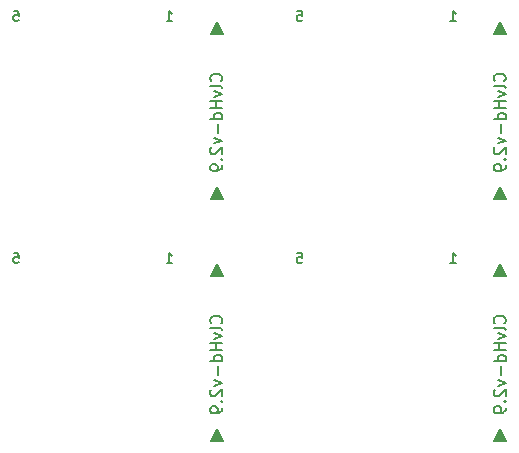
<source format=gbr>
%TF.GenerationSoftware,KiCad,Pcbnew,7.0.2-6a45011f42~172~ubuntu22.04.1*%
%TF.CreationDate,2023-05-19T13:44:39+01:00*%
%TF.ProjectId,panel,70616e65-6c2e-46b6-9963-61645f706362,rev?*%
%TF.SameCoordinates,Original*%
%TF.FileFunction,Legend,Bot*%
%TF.FilePolarity,Positive*%
%FSLAX46Y46*%
G04 Gerber Fmt 4.6, Leading zero omitted, Abs format (unit mm)*
G04 Created by KiCad (PCBNEW 7.0.2-6a45011f42~172~ubuntu22.04.1) date 2023-05-19 13:44:39*
%MOMM*%
%LPD*%
G01*
G04 APERTURE LIST*
%ADD10C,0.127000*%
%ADD11C,0.152400*%
%ADD12C,1.500000*%
%ADD13C,1.000000*%
%ADD14C,0.400000*%
%ADD15C,2.000000*%
G04 APERTURE END LIST*
D10*
X52367383Y-37499999D02*
X52415003Y-37452380D01*
X52415003Y-37452380D02*
X52462622Y-37309523D01*
X52462622Y-37309523D02*
X52462622Y-37214285D01*
X52462622Y-37214285D02*
X52415003Y-37071428D01*
X52415003Y-37071428D02*
X52319764Y-36976190D01*
X52319764Y-36976190D02*
X52224526Y-36928571D01*
X52224526Y-36928571D02*
X52034050Y-36880952D01*
X52034050Y-36880952D02*
X51891193Y-36880952D01*
X51891193Y-36880952D02*
X51700717Y-36928571D01*
X51700717Y-36928571D02*
X51605479Y-36976190D01*
X51605479Y-36976190D02*
X51510241Y-37071428D01*
X51510241Y-37071428D02*
X51462622Y-37214285D01*
X51462622Y-37214285D02*
X51462622Y-37309523D01*
X51462622Y-37309523D02*
X51510241Y-37452380D01*
X51510241Y-37452380D02*
X51557860Y-37499999D01*
X52462622Y-38071428D02*
X52415003Y-37976190D01*
X52415003Y-37976190D02*
X52319764Y-37928571D01*
X52319764Y-37928571D02*
X51462622Y-37928571D01*
X51795955Y-38357143D02*
X52462622Y-38595238D01*
X52462622Y-38595238D02*
X51795955Y-38833333D01*
X52462622Y-39214286D02*
X51462622Y-39214286D01*
X51938812Y-39214286D02*
X51938812Y-39785714D01*
X52462622Y-39785714D02*
X51462622Y-39785714D01*
X52462622Y-40690476D02*
X51462622Y-40690476D01*
X52415003Y-40690476D02*
X52462622Y-40595238D01*
X52462622Y-40595238D02*
X52462622Y-40404762D01*
X52462622Y-40404762D02*
X52415003Y-40309524D01*
X52415003Y-40309524D02*
X52367383Y-40261905D01*
X52367383Y-40261905D02*
X52272145Y-40214286D01*
X52272145Y-40214286D02*
X51986431Y-40214286D01*
X51986431Y-40214286D02*
X51891193Y-40261905D01*
X51891193Y-40261905D02*
X51843574Y-40309524D01*
X51843574Y-40309524D02*
X51795955Y-40404762D01*
X51795955Y-40404762D02*
X51795955Y-40595238D01*
X51795955Y-40595238D02*
X51843574Y-40690476D01*
X52081669Y-41166667D02*
X52081669Y-41928572D01*
X51795955Y-42309524D02*
X52462622Y-42547619D01*
X52462622Y-42547619D02*
X51795955Y-42785714D01*
X51557860Y-43119048D02*
X51510241Y-43166667D01*
X51510241Y-43166667D02*
X51462622Y-43261905D01*
X51462622Y-43261905D02*
X51462622Y-43500000D01*
X51462622Y-43500000D02*
X51510241Y-43595238D01*
X51510241Y-43595238D02*
X51557860Y-43642857D01*
X51557860Y-43642857D02*
X51653098Y-43690476D01*
X51653098Y-43690476D02*
X51748336Y-43690476D01*
X51748336Y-43690476D02*
X51891193Y-43642857D01*
X51891193Y-43642857D02*
X52462622Y-43071429D01*
X52462622Y-43071429D02*
X52462622Y-43690476D01*
X52367383Y-44119048D02*
X52415003Y-44166667D01*
X52415003Y-44166667D02*
X52462622Y-44119048D01*
X52462622Y-44119048D02*
X52415003Y-44071429D01*
X52415003Y-44071429D02*
X52367383Y-44119048D01*
X52367383Y-44119048D02*
X52462622Y-44119048D01*
X52462622Y-44642857D02*
X52462622Y-44833333D01*
X52462622Y-44833333D02*
X52415003Y-44928571D01*
X52415003Y-44928571D02*
X52367383Y-44976190D01*
X52367383Y-44976190D02*
X52224526Y-45071428D01*
X52224526Y-45071428D02*
X52034050Y-45119047D01*
X52034050Y-45119047D02*
X51653098Y-45119047D01*
X51653098Y-45119047D02*
X51557860Y-45071428D01*
X51557860Y-45071428D02*
X51510241Y-45023809D01*
X51510241Y-45023809D02*
X51462622Y-44928571D01*
X51462622Y-44928571D02*
X51462622Y-44738095D01*
X51462622Y-44738095D02*
X51510241Y-44642857D01*
X51510241Y-44642857D02*
X51557860Y-44595238D01*
X51557860Y-44595238D02*
X51653098Y-44547619D01*
X51653098Y-44547619D02*
X51891193Y-44547619D01*
X51891193Y-44547619D02*
X51986431Y-44595238D01*
X51986431Y-44595238D02*
X52034050Y-44642857D01*
X52034050Y-44642857D02*
X52081669Y-44738095D01*
X52081669Y-44738095D02*
X52081669Y-44928571D01*
X52081669Y-44928571D02*
X52034050Y-45023809D01*
X52034050Y-45023809D02*
X51986431Y-45071428D01*
X51986431Y-45071428D02*
X51891193Y-45119047D01*
X34806477Y-31563217D02*
X35193525Y-31563217D01*
X35193525Y-31563217D02*
X35232229Y-31950265D01*
X35232229Y-31950265D02*
X35193525Y-31911560D01*
X35193525Y-31911560D02*
X35116115Y-31872855D01*
X35116115Y-31872855D02*
X34922591Y-31872855D01*
X34922591Y-31872855D02*
X34845182Y-31911560D01*
X34845182Y-31911560D02*
X34806477Y-31950265D01*
X34806477Y-31950265D02*
X34767772Y-32027674D01*
X34767772Y-32027674D02*
X34767772Y-32221198D01*
X34767772Y-32221198D02*
X34806477Y-32298608D01*
X34806477Y-32298608D02*
X34845182Y-32337313D01*
X34845182Y-32337313D02*
X34922591Y-32376017D01*
X34922591Y-32376017D02*
X35116115Y-32376017D01*
X35116115Y-32376017D02*
X35193525Y-32337313D01*
X35193525Y-32337313D02*
X35232229Y-32298608D01*
X28367382Y-16999998D02*
X28415002Y-16952379D01*
X28415002Y-16952379D02*
X28462621Y-16809522D01*
X28462621Y-16809522D02*
X28462621Y-16714284D01*
X28462621Y-16714284D02*
X28415002Y-16571427D01*
X28415002Y-16571427D02*
X28319763Y-16476189D01*
X28319763Y-16476189D02*
X28224525Y-16428570D01*
X28224525Y-16428570D02*
X28034049Y-16380951D01*
X28034049Y-16380951D02*
X27891192Y-16380951D01*
X27891192Y-16380951D02*
X27700716Y-16428570D01*
X27700716Y-16428570D02*
X27605478Y-16476189D01*
X27605478Y-16476189D02*
X27510240Y-16571427D01*
X27510240Y-16571427D02*
X27462621Y-16714284D01*
X27462621Y-16714284D02*
X27462621Y-16809522D01*
X27462621Y-16809522D02*
X27510240Y-16952379D01*
X27510240Y-16952379D02*
X27557859Y-16999998D01*
X28462621Y-17571427D02*
X28415002Y-17476189D01*
X28415002Y-17476189D02*
X28319763Y-17428570D01*
X28319763Y-17428570D02*
X27462621Y-17428570D01*
X27795954Y-17857142D02*
X28462621Y-18095237D01*
X28462621Y-18095237D02*
X27795954Y-18333332D01*
X28462621Y-18714285D02*
X27462621Y-18714285D01*
X27938811Y-18714285D02*
X27938811Y-19285713D01*
X28462621Y-19285713D02*
X27462621Y-19285713D01*
X28462621Y-20190475D02*
X27462621Y-20190475D01*
X28415002Y-20190475D02*
X28462621Y-20095237D01*
X28462621Y-20095237D02*
X28462621Y-19904761D01*
X28462621Y-19904761D02*
X28415002Y-19809523D01*
X28415002Y-19809523D02*
X28367382Y-19761904D01*
X28367382Y-19761904D02*
X28272144Y-19714285D01*
X28272144Y-19714285D02*
X27986430Y-19714285D01*
X27986430Y-19714285D02*
X27891192Y-19761904D01*
X27891192Y-19761904D02*
X27843573Y-19809523D01*
X27843573Y-19809523D02*
X27795954Y-19904761D01*
X27795954Y-19904761D02*
X27795954Y-20095237D01*
X27795954Y-20095237D02*
X27843573Y-20190475D01*
X28081668Y-20666666D02*
X28081668Y-21428571D01*
X27795954Y-21809523D02*
X28462621Y-22047618D01*
X28462621Y-22047618D02*
X27795954Y-22285713D01*
X27557859Y-22619047D02*
X27510240Y-22666666D01*
X27510240Y-22666666D02*
X27462621Y-22761904D01*
X27462621Y-22761904D02*
X27462621Y-22999999D01*
X27462621Y-22999999D02*
X27510240Y-23095237D01*
X27510240Y-23095237D02*
X27557859Y-23142856D01*
X27557859Y-23142856D02*
X27653097Y-23190475D01*
X27653097Y-23190475D02*
X27748335Y-23190475D01*
X27748335Y-23190475D02*
X27891192Y-23142856D01*
X27891192Y-23142856D02*
X28462621Y-22571428D01*
X28462621Y-22571428D02*
X28462621Y-23190475D01*
X28367382Y-23619047D02*
X28415002Y-23666666D01*
X28415002Y-23666666D02*
X28462621Y-23619047D01*
X28462621Y-23619047D02*
X28415002Y-23571428D01*
X28415002Y-23571428D02*
X28367382Y-23619047D01*
X28367382Y-23619047D02*
X28462621Y-23619047D01*
X28462621Y-24142856D02*
X28462621Y-24333332D01*
X28462621Y-24333332D02*
X28415002Y-24428570D01*
X28415002Y-24428570D02*
X28367382Y-24476189D01*
X28367382Y-24476189D02*
X28224525Y-24571427D01*
X28224525Y-24571427D02*
X28034049Y-24619046D01*
X28034049Y-24619046D02*
X27653097Y-24619046D01*
X27653097Y-24619046D02*
X27557859Y-24571427D01*
X27557859Y-24571427D02*
X27510240Y-24523808D01*
X27510240Y-24523808D02*
X27462621Y-24428570D01*
X27462621Y-24428570D02*
X27462621Y-24238094D01*
X27462621Y-24238094D02*
X27510240Y-24142856D01*
X27510240Y-24142856D02*
X27557859Y-24095237D01*
X27557859Y-24095237D02*
X27653097Y-24047618D01*
X27653097Y-24047618D02*
X27891192Y-24047618D01*
X27891192Y-24047618D02*
X27986430Y-24095237D01*
X27986430Y-24095237D02*
X28034049Y-24142856D01*
X28034049Y-24142856D02*
X28081668Y-24238094D01*
X28081668Y-24238094D02*
X28081668Y-24428570D01*
X28081668Y-24428570D02*
X28034049Y-24523808D01*
X28034049Y-24523808D02*
X27986430Y-24571427D01*
X27986430Y-24571427D02*
X27891192Y-24619046D01*
X10806476Y-31563217D02*
X11193524Y-31563217D01*
X11193524Y-31563217D02*
X11232228Y-31950265D01*
X11232228Y-31950265D02*
X11193524Y-31911560D01*
X11193524Y-31911560D02*
X11116114Y-31872855D01*
X11116114Y-31872855D02*
X10922590Y-31872855D01*
X10922590Y-31872855D02*
X10845181Y-31911560D01*
X10845181Y-31911560D02*
X10806476Y-31950265D01*
X10806476Y-31950265D02*
X10767771Y-32027674D01*
X10767771Y-32027674D02*
X10767771Y-32221198D01*
X10767771Y-32221198D02*
X10806476Y-32298608D01*
X10806476Y-32298608D02*
X10845181Y-32337313D01*
X10845181Y-32337313D02*
X10922590Y-32376017D01*
X10922590Y-32376017D02*
X11116114Y-32376017D01*
X11116114Y-32376017D02*
X11193524Y-32337313D01*
X11193524Y-32337313D02*
X11232228Y-32298608D01*
X10806476Y-11063216D02*
X11193524Y-11063216D01*
X11193524Y-11063216D02*
X11232228Y-11450264D01*
X11232228Y-11450264D02*
X11193524Y-11411559D01*
X11193524Y-11411559D02*
X11116114Y-11372854D01*
X11116114Y-11372854D02*
X10922590Y-11372854D01*
X10922590Y-11372854D02*
X10845181Y-11411559D01*
X10845181Y-11411559D02*
X10806476Y-11450264D01*
X10806476Y-11450264D02*
X10767771Y-11527673D01*
X10767771Y-11527673D02*
X10767771Y-11721197D01*
X10767771Y-11721197D02*
X10806476Y-11798607D01*
X10806476Y-11798607D02*
X10845181Y-11837312D01*
X10845181Y-11837312D02*
X10922590Y-11876016D01*
X10922590Y-11876016D02*
X11116114Y-11876016D01*
X11116114Y-11876016D02*
X11193524Y-11837312D01*
X11193524Y-11837312D02*
X11232228Y-11798607D01*
X23767771Y-11876016D02*
X24232228Y-11876016D01*
X24000000Y-11876016D02*
X24000000Y-11063216D01*
X24000000Y-11063216D02*
X24077409Y-11179331D01*
X24077409Y-11179331D02*
X24154819Y-11256740D01*
X24154819Y-11256740D02*
X24232228Y-11295445D01*
X23767771Y-32376017D02*
X24232228Y-32376017D01*
X24000000Y-32376017D02*
X24000000Y-31563217D01*
X24000000Y-31563217D02*
X24077409Y-31679332D01*
X24077409Y-31679332D02*
X24154819Y-31756741D01*
X24154819Y-31756741D02*
X24232228Y-31795446D01*
X52367383Y-16999998D02*
X52415003Y-16952379D01*
X52415003Y-16952379D02*
X52462622Y-16809522D01*
X52462622Y-16809522D02*
X52462622Y-16714284D01*
X52462622Y-16714284D02*
X52415003Y-16571427D01*
X52415003Y-16571427D02*
X52319764Y-16476189D01*
X52319764Y-16476189D02*
X52224526Y-16428570D01*
X52224526Y-16428570D02*
X52034050Y-16380951D01*
X52034050Y-16380951D02*
X51891193Y-16380951D01*
X51891193Y-16380951D02*
X51700717Y-16428570D01*
X51700717Y-16428570D02*
X51605479Y-16476189D01*
X51605479Y-16476189D02*
X51510241Y-16571427D01*
X51510241Y-16571427D02*
X51462622Y-16714284D01*
X51462622Y-16714284D02*
X51462622Y-16809522D01*
X51462622Y-16809522D02*
X51510241Y-16952379D01*
X51510241Y-16952379D02*
X51557860Y-16999998D01*
X52462622Y-17571427D02*
X52415003Y-17476189D01*
X52415003Y-17476189D02*
X52319764Y-17428570D01*
X52319764Y-17428570D02*
X51462622Y-17428570D01*
X51795955Y-17857142D02*
X52462622Y-18095237D01*
X52462622Y-18095237D02*
X51795955Y-18333332D01*
X52462622Y-18714285D02*
X51462622Y-18714285D01*
X51938812Y-18714285D02*
X51938812Y-19285713D01*
X52462622Y-19285713D02*
X51462622Y-19285713D01*
X52462622Y-20190475D02*
X51462622Y-20190475D01*
X52415003Y-20190475D02*
X52462622Y-20095237D01*
X52462622Y-20095237D02*
X52462622Y-19904761D01*
X52462622Y-19904761D02*
X52415003Y-19809523D01*
X52415003Y-19809523D02*
X52367383Y-19761904D01*
X52367383Y-19761904D02*
X52272145Y-19714285D01*
X52272145Y-19714285D02*
X51986431Y-19714285D01*
X51986431Y-19714285D02*
X51891193Y-19761904D01*
X51891193Y-19761904D02*
X51843574Y-19809523D01*
X51843574Y-19809523D02*
X51795955Y-19904761D01*
X51795955Y-19904761D02*
X51795955Y-20095237D01*
X51795955Y-20095237D02*
X51843574Y-20190475D01*
X52081669Y-20666666D02*
X52081669Y-21428571D01*
X51795955Y-21809523D02*
X52462622Y-22047618D01*
X52462622Y-22047618D02*
X51795955Y-22285713D01*
X51557860Y-22619047D02*
X51510241Y-22666666D01*
X51510241Y-22666666D02*
X51462622Y-22761904D01*
X51462622Y-22761904D02*
X51462622Y-22999999D01*
X51462622Y-22999999D02*
X51510241Y-23095237D01*
X51510241Y-23095237D02*
X51557860Y-23142856D01*
X51557860Y-23142856D02*
X51653098Y-23190475D01*
X51653098Y-23190475D02*
X51748336Y-23190475D01*
X51748336Y-23190475D02*
X51891193Y-23142856D01*
X51891193Y-23142856D02*
X52462622Y-22571428D01*
X52462622Y-22571428D02*
X52462622Y-23190475D01*
X52367383Y-23619047D02*
X52415003Y-23666666D01*
X52415003Y-23666666D02*
X52462622Y-23619047D01*
X52462622Y-23619047D02*
X52415003Y-23571428D01*
X52415003Y-23571428D02*
X52367383Y-23619047D01*
X52367383Y-23619047D02*
X52462622Y-23619047D01*
X52462622Y-24142856D02*
X52462622Y-24333332D01*
X52462622Y-24333332D02*
X52415003Y-24428570D01*
X52415003Y-24428570D02*
X52367383Y-24476189D01*
X52367383Y-24476189D02*
X52224526Y-24571427D01*
X52224526Y-24571427D02*
X52034050Y-24619046D01*
X52034050Y-24619046D02*
X51653098Y-24619046D01*
X51653098Y-24619046D02*
X51557860Y-24571427D01*
X51557860Y-24571427D02*
X51510241Y-24523808D01*
X51510241Y-24523808D02*
X51462622Y-24428570D01*
X51462622Y-24428570D02*
X51462622Y-24238094D01*
X51462622Y-24238094D02*
X51510241Y-24142856D01*
X51510241Y-24142856D02*
X51557860Y-24095237D01*
X51557860Y-24095237D02*
X51653098Y-24047618D01*
X51653098Y-24047618D02*
X51891193Y-24047618D01*
X51891193Y-24047618D02*
X51986431Y-24095237D01*
X51986431Y-24095237D02*
X52034050Y-24142856D01*
X52034050Y-24142856D02*
X52081669Y-24238094D01*
X52081669Y-24238094D02*
X52081669Y-24428570D01*
X52081669Y-24428570D02*
X52034050Y-24523808D01*
X52034050Y-24523808D02*
X51986431Y-24571427D01*
X51986431Y-24571427D02*
X51891193Y-24619046D01*
X47767772Y-32376017D02*
X48232229Y-32376017D01*
X48000001Y-32376017D02*
X48000001Y-31563217D01*
X48000001Y-31563217D02*
X48077410Y-31679332D01*
X48077410Y-31679332D02*
X48154820Y-31756741D01*
X48154820Y-31756741D02*
X48232229Y-31795446D01*
X47767772Y-11876016D02*
X48232229Y-11876016D01*
X48000001Y-11876016D02*
X48000001Y-11063216D01*
X48000001Y-11063216D02*
X48077410Y-11179331D01*
X48077410Y-11179331D02*
X48154820Y-11256740D01*
X48154820Y-11256740D02*
X48232229Y-11295445D01*
X34806477Y-11063216D02*
X35193525Y-11063216D01*
X35193525Y-11063216D02*
X35232229Y-11450264D01*
X35232229Y-11450264D02*
X35193525Y-11411559D01*
X35193525Y-11411559D02*
X35116115Y-11372854D01*
X35116115Y-11372854D02*
X34922591Y-11372854D01*
X34922591Y-11372854D02*
X34845182Y-11411559D01*
X34845182Y-11411559D02*
X34806477Y-11450264D01*
X34806477Y-11450264D02*
X34767772Y-11527673D01*
X34767772Y-11527673D02*
X34767772Y-11721197D01*
X34767772Y-11721197D02*
X34806477Y-11798607D01*
X34806477Y-11798607D02*
X34845182Y-11837312D01*
X34845182Y-11837312D02*
X34922591Y-11876016D01*
X34922591Y-11876016D02*
X35116115Y-11876016D01*
X35116115Y-11876016D02*
X35193525Y-11837312D01*
X35193525Y-11837312D02*
X35232229Y-11798607D01*
X28367382Y-37499999D02*
X28415002Y-37452380D01*
X28415002Y-37452380D02*
X28462621Y-37309523D01*
X28462621Y-37309523D02*
X28462621Y-37214285D01*
X28462621Y-37214285D02*
X28415002Y-37071428D01*
X28415002Y-37071428D02*
X28319763Y-36976190D01*
X28319763Y-36976190D02*
X28224525Y-36928571D01*
X28224525Y-36928571D02*
X28034049Y-36880952D01*
X28034049Y-36880952D02*
X27891192Y-36880952D01*
X27891192Y-36880952D02*
X27700716Y-36928571D01*
X27700716Y-36928571D02*
X27605478Y-36976190D01*
X27605478Y-36976190D02*
X27510240Y-37071428D01*
X27510240Y-37071428D02*
X27462621Y-37214285D01*
X27462621Y-37214285D02*
X27462621Y-37309523D01*
X27462621Y-37309523D02*
X27510240Y-37452380D01*
X27510240Y-37452380D02*
X27557859Y-37499999D01*
X28462621Y-38071428D02*
X28415002Y-37976190D01*
X28415002Y-37976190D02*
X28319763Y-37928571D01*
X28319763Y-37928571D02*
X27462621Y-37928571D01*
X27795954Y-38357143D02*
X28462621Y-38595238D01*
X28462621Y-38595238D02*
X27795954Y-38833333D01*
X28462621Y-39214286D02*
X27462621Y-39214286D01*
X27938811Y-39214286D02*
X27938811Y-39785714D01*
X28462621Y-39785714D02*
X27462621Y-39785714D01*
X28462621Y-40690476D02*
X27462621Y-40690476D01*
X28415002Y-40690476D02*
X28462621Y-40595238D01*
X28462621Y-40595238D02*
X28462621Y-40404762D01*
X28462621Y-40404762D02*
X28415002Y-40309524D01*
X28415002Y-40309524D02*
X28367382Y-40261905D01*
X28367382Y-40261905D02*
X28272144Y-40214286D01*
X28272144Y-40214286D02*
X27986430Y-40214286D01*
X27986430Y-40214286D02*
X27891192Y-40261905D01*
X27891192Y-40261905D02*
X27843573Y-40309524D01*
X27843573Y-40309524D02*
X27795954Y-40404762D01*
X27795954Y-40404762D02*
X27795954Y-40595238D01*
X27795954Y-40595238D02*
X27843573Y-40690476D01*
X28081668Y-41166667D02*
X28081668Y-41928572D01*
X27795954Y-42309524D02*
X28462621Y-42547619D01*
X28462621Y-42547619D02*
X27795954Y-42785714D01*
X27557859Y-43119048D02*
X27510240Y-43166667D01*
X27510240Y-43166667D02*
X27462621Y-43261905D01*
X27462621Y-43261905D02*
X27462621Y-43500000D01*
X27462621Y-43500000D02*
X27510240Y-43595238D01*
X27510240Y-43595238D02*
X27557859Y-43642857D01*
X27557859Y-43642857D02*
X27653097Y-43690476D01*
X27653097Y-43690476D02*
X27748335Y-43690476D01*
X27748335Y-43690476D02*
X27891192Y-43642857D01*
X27891192Y-43642857D02*
X28462621Y-43071429D01*
X28462621Y-43071429D02*
X28462621Y-43690476D01*
X28367382Y-44119048D02*
X28415002Y-44166667D01*
X28415002Y-44166667D02*
X28462621Y-44119048D01*
X28462621Y-44119048D02*
X28415002Y-44071429D01*
X28415002Y-44071429D02*
X28367382Y-44119048D01*
X28367382Y-44119048D02*
X28462621Y-44119048D01*
X28462621Y-44642857D02*
X28462621Y-44833333D01*
X28462621Y-44833333D02*
X28415002Y-44928571D01*
X28415002Y-44928571D02*
X28367382Y-44976190D01*
X28367382Y-44976190D02*
X28224525Y-45071428D01*
X28224525Y-45071428D02*
X28034049Y-45119047D01*
X28034049Y-45119047D02*
X27653097Y-45119047D01*
X27653097Y-45119047D02*
X27557859Y-45071428D01*
X27557859Y-45071428D02*
X27510240Y-45023809D01*
X27510240Y-45023809D02*
X27462621Y-44928571D01*
X27462621Y-44928571D02*
X27462621Y-44738095D01*
X27462621Y-44738095D02*
X27510240Y-44642857D01*
X27510240Y-44642857D02*
X27557859Y-44595238D01*
X27557859Y-44595238D02*
X27653097Y-44547619D01*
X27653097Y-44547619D02*
X27891192Y-44547619D01*
X27891192Y-44547619D02*
X27986430Y-44595238D01*
X27986430Y-44595238D02*
X28034049Y-44642857D01*
X28034049Y-44642857D02*
X28081668Y-44738095D01*
X28081668Y-44738095D02*
X28081668Y-44928571D01*
X28081668Y-44928571D02*
X28034049Y-45023809D01*
X28034049Y-45023809D02*
X27986430Y-45071428D01*
X27986430Y-45071428D02*
X27891192Y-45119047D01*
D11*
X28500002Y-26999999D02*
X27500002Y-26999999D01*
X28000002Y-25999999D01*
X28500002Y-26999999D01*
G36*
X28500002Y-26999999D02*
G01*
X27500002Y-26999999D01*
X28000002Y-25999999D01*
X28500002Y-26999999D01*
G37*
X52500003Y-12999999D02*
X51500003Y-12999999D01*
X52000003Y-11999999D01*
X52500003Y-12999999D01*
G36*
X52500003Y-12999999D02*
G01*
X51500003Y-12999999D01*
X52000003Y-11999999D01*
X52500003Y-12999999D01*
G37*
X28500002Y-33500000D02*
X27500002Y-33500000D01*
X28000002Y-32500000D01*
X28500002Y-33500000D01*
G36*
X28500002Y-33500000D02*
G01*
X27500002Y-33500000D01*
X28000002Y-32500000D01*
X28500002Y-33500000D01*
G37*
X28500002Y-47500000D02*
X27500002Y-47500000D01*
X28000002Y-46500000D01*
X28500002Y-47500000D01*
G36*
X28500002Y-47500000D02*
G01*
X27500002Y-47500000D01*
X28000002Y-46500000D01*
X28500002Y-47500000D01*
G37*
X52500003Y-47500000D02*
X51500003Y-47500000D01*
X52000003Y-46500000D01*
X52500003Y-47500000D01*
G36*
X52500003Y-47500000D02*
G01*
X51500003Y-47500000D01*
X52000003Y-46500000D01*
X52500003Y-47500000D01*
G37*
X28500002Y-12999999D02*
X27500002Y-12999999D01*
X28000002Y-11999999D01*
X28500002Y-12999999D01*
G36*
X28500002Y-12999999D02*
G01*
X27500002Y-12999999D01*
X28000002Y-11999999D01*
X28500002Y-12999999D01*
G37*
X52500003Y-33500000D02*
X51500003Y-33500000D01*
X52000003Y-32500000D01*
X52500003Y-33500000D01*
G36*
X52500003Y-33500000D02*
G01*
X51500003Y-33500000D01*
X52000003Y-32500000D01*
X52500003Y-33500000D01*
G37*
X52500003Y-26999999D02*
X51500003Y-26999999D01*
X52000003Y-25999999D01*
X52500003Y-26999999D01*
G36*
X52500003Y-26999999D02*
G01*
X51500003Y-26999999D01*
X52000003Y-25999999D01*
X52500003Y-26999999D01*
G37*
%LPC*%
D12*
X14250001Y-26500000D02*
G75*
G03*
X14250001Y-26500000I-750000J0D01*
G01*
G36*
X36000002Y-33500001D02*
G01*
X39000002Y-33500001D01*
X39000002Y-47000001D01*
X36000002Y-47000001D01*
X36000002Y-33500001D01*
G37*
G36*
X8000001Y-33500001D02*
G01*
X11000001Y-33500001D01*
X11000001Y-47000001D01*
X8000001Y-47000001D01*
X8000001Y-33500001D01*
G37*
X46250002Y-13000000D02*
G75*
G03*
X46250002Y-13000000I-750000J0D01*
G01*
X34250002Y-47000001D02*
G75*
G03*
X34250002Y-47000001I-750000J0D01*
G01*
X50250002Y-13000000D02*
G75*
G03*
X50250002Y-13000000I-750000J0D01*
G01*
G36*
X12000001Y-13000000D02*
G01*
X15000001Y-13000000D01*
X15000001Y-26500000D01*
X12000001Y-26500000D01*
X12000001Y-13000000D01*
G37*
G36*
X48000002Y-13000000D02*
G01*
X51000002Y-13000000D01*
X51000002Y-26500000D01*
X48000002Y-26500000D01*
X48000002Y-13000000D01*
G37*
X14250001Y-13000000D02*
G75*
G03*
X14250001Y-13000000I-750000J0D01*
G01*
G36*
X12000001Y-33500001D02*
G01*
X15000001Y-33500001D01*
X15000001Y-47000001D01*
X12000001Y-47000001D01*
X12000001Y-33500001D01*
G37*
X10250001Y-13000000D02*
G75*
G03*
X10250001Y-13000000I-750000J0D01*
G01*
G36*
X44000002Y-33500001D02*
G01*
X47000002Y-33500001D01*
X47000002Y-47000001D01*
X44000002Y-47000001D01*
X44000002Y-33500001D01*
G37*
X38250002Y-47000001D02*
G75*
G03*
X38250002Y-47000001I-750000J0D01*
G01*
X42250002Y-26500000D02*
G75*
G03*
X42250002Y-26500000I-750000J0D01*
G01*
X46250002Y-47000001D02*
G75*
G03*
X46250002Y-47000001I-750000J0D01*
G01*
X14250001Y-33500001D02*
G75*
G03*
X14250001Y-33500001I-750000J0D01*
G01*
X38250002Y-33500001D02*
G75*
G03*
X38250002Y-33500001I-750000J0D01*
G01*
X22250001Y-47000001D02*
G75*
G03*
X22250001Y-47000001I-750000J0D01*
G01*
X14250001Y-47000001D02*
G75*
G03*
X14250001Y-47000001I-750000J0D01*
G01*
X50250002Y-26500000D02*
G75*
G03*
X50250002Y-26500000I-750000J0D01*
G01*
G36*
X24000001Y-33500001D02*
G01*
X27000001Y-33500001D01*
X27000001Y-47000001D01*
X24000001Y-47000001D01*
X24000001Y-33500001D01*
G37*
G36*
X44000002Y-13000000D02*
G01*
X47000002Y-13000000D01*
X47000002Y-26500000D01*
X44000002Y-26500000D01*
X44000002Y-13000000D01*
G37*
G36*
X48000002Y-33500001D02*
G01*
X51000002Y-33500001D01*
X51000002Y-47000001D01*
X48000002Y-47000001D01*
X48000002Y-33500001D01*
G37*
G36*
X40000002Y-33500001D02*
G01*
X43000002Y-33500001D01*
X43000002Y-47000001D01*
X40000002Y-47000001D01*
X40000002Y-33500001D01*
G37*
G36*
X24000001Y-13000000D02*
G01*
X27000001Y-13000000D01*
X27000001Y-26500000D01*
X24000001Y-26500000D01*
X24000001Y-13000000D01*
G37*
X22250001Y-13000000D02*
G75*
G03*
X22250001Y-13000000I-750000J0D01*
G01*
G36*
X20000001Y-33500001D02*
G01*
X23000001Y-33500001D01*
X23000001Y-47000001D01*
X20000001Y-47000001D01*
X20000001Y-33500001D01*
G37*
X34250002Y-13000000D02*
G75*
G03*
X34250002Y-13000000I-750000J0D01*
G01*
X26250001Y-13000000D02*
G75*
G03*
X26250001Y-13000000I-750000J0D01*
G01*
X34250002Y-26500000D02*
G75*
G03*
X34250002Y-26500000I-750000J0D01*
G01*
G36*
X32000002Y-33500001D02*
G01*
X35000002Y-33500001D01*
X35000002Y-47000001D01*
X32000002Y-47000001D01*
X32000002Y-33500001D01*
G37*
X10250001Y-47000001D02*
G75*
G03*
X10250001Y-47000001I-750000J0D01*
G01*
X42250002Y-13000000D02*
G75*
G03*
X42250002Y-13000000I-750000J0D01*
G01*
X42250002Y-47000001D02*
G75*
G03*
X42250002Y-47000001I-750000J0D01*
G01*
G36*
X36000002Y-13000000D02*
G01*
X39000002Y-13000000D01*
X39000002Y-26500000D01*
X36000002Y-26500000D01*
X36000002Y-13000000D01*
G37*
X22250001Y-26500000D02*
G75*
G03*
X22250001Y-26500000I-750000J0D01*
G01*
X38250002Y-13000000D02*
G75*
G03*
X38250002Y-13000000I-750000J0D01*
G01*
X38250002Y-26500000D02*
G75*
G03*
X38250002Y-26500000I-750000J0D01*
G01*
X26250001Y-33500001D02*
G75*
G03*
X26250001Y-33500001I-750000J0D01*
G01*
X46250002Y-26500000D02*
G75*
G03*
X46250002Y-26500000I-750000J0D01*
G01*
X10250001Y-26500000D02*
G75*
G03*
X10250001Y-26500000I-750000J0D01*
G01*
G36*
X8000001Y-13000000D02*
G01*
X11000001Y-13000000D01*
X11000001Y-26500000D01*
X8000001Y-26500000D01*
X8000001Y-13000000D01*
G37*
G36*
X16000001Y-13000000D02*
G01*
X19000001Y-13000000D01*
X19000001Y-26500000D01*
X16000001Y-26500000D01*
X16000001Y-13000000D01*
G37*
G36*
X32000002Y-13000000D02*
G01*
X35000002Y-13000000D01*
X35000002Y-26500000D01*
X32000002Y-26500000D01*
X32000002Y-13000000D01*
G37*
X26250001Y-26500000D02*
G75*
G03*
X26250001Y-26500000I-750000J0D01*
G01*
G36*
X40000002Y-13000000D02*
G01*
X43000002Y-13000000D01*
X43000002Y-26500000D01*
X40000002Y-26500000D01*
X40000002Y-13000000D01*
G37*
X42250002Y-33500001D02*
G75*
G03*
X42250002Y-33500001I-750000J0D01*
G01*
X10250001Y-33500001D02*
G75*
G03*
X10250001Y-33500001I-750000J0D01*
G01*
X50250002Y-47000001D02*
G75*
G03*
X50250002Y-47000001I-750000J0D01*
G01*
X18250001Y-26500000D02*
G75*
G03*
X18250001Y-26500000I-750000J0D01*
G01*
G36*
X16000001Y-33500001D02*
G01*
X19000001Y-33500001D01*
X19000001Y-47000001D01*
X16000001Y-47000001D01*
X16000001Y-33500001D01*
G37*
X18250001Y-33500001D02*
G75*
G03*
X18250001Y-33500001I-750000J0D01*
G01*
X26250001Y-47000001D02*
G75*
G03*
X26250001Y-47000001I-750000J0D01*
G01*
X46250002Y-33500001D02*
G75*
G03*
X46250002Y-33500001I-750000J0D01*
G01*
X22250001Y-33500001D02*
G75*
G03*
X22250001Y-33500001I-750000J0D01*
G01*
X34250002Y-33500001D02*
G75*
G03*
X34250002Y-33500001I-750000J0D01*
G01*
G36*
X20000001Y-13000000D02*
G01*
X23000001Y-13000000D01*
X23000001Y-26500000D01*
X20000001Y-26500000D01*
X20000001Y-13000000D01*
G37*
X18250001Y-47000001D02*
G75*
G03*
X18250001Y-47000001I-750000J0D01*
G01*
X50250002Y-33500001D02*
G75*
G03*
X50250002Y-33500001I-750000J0D01*
G01*
X18250001Y-13000000D02*
G75*
G03*
X18250001Y-13000000I-750000J0D01*
G01*
D13*
%TO.C,REF\u002A\u002A*%
X9000000Y-3000000D03*
%TD*%
%TO.C,REF\u002A\u002A*%
X51000002Y-3000000D03*
%TD*%
%TO.C,REF\u002A\u002A*%
X9000000Y-57000000D03*
%TD*%
D14*
%TO.C,REF\u002A\u002A*%
X40500001Y-30800000D03*
%TD*%
%TO.C,REF\u002A\u002A*%
X53000002Y-7650000D03*
%TD*%
%TO.C,REF\u002A\u002A*%
X53000002Y-56600000D03*
%TD*%
%TO.C,REF\u002A\u002A*%
X41500001Y-29200000D03*
%TD*%
%TO.C,REF\u002A\u002A*%
X7000000Y-52350000D03*
%TD*%
%TO.C,REF\u002A\u002A*%
X53000002Y-55750000D03*
%TD*%
%TO.C,REF\u002A\u002A*%
X59166668Y-49500001D03*
%TD*%
%TO.C,REF\u002A\u002A*%
X7000000Y-53200000D03*
%TD*%
%TO.C,REF\u002A\u002A*%
X16500001Y-10300000D03*
%TD*%
%TO.C,REF\u002A\u002A*%
X43500001Y-29200000D03*
%TD*%
%TO.C,REF\u002A\u002A*%
X40500001Y-49700001D03*
%TD*%
%TO.C,REF\u002A\u002A*%
X53000002Y-5100000D03*
%TD*%
%TO.C,REF\u002A\u002A*%
X42500001Y-10300000D03*
%TD*%
%TO.C,REF\u002A\u002A*%
X7000000Y-58300000D03*
%TD*%
%TO.C,REF\u002A\u002A*%
X41500001Y-10300000D03*
%TD*%
%TO.C,REF\u002A\u002A*%
X53000002Y-57450000D03*
%TD*%
%TO.C,REF\u002A\u002A*%
X17500001Y-49700001D03*
%TD*%
%TO.C,REF\u002A\u002A*%
X43500001Y-30800000D03*
%TD*%
%TO.C,REF\u002A\u002A*%
X7000000Y-1700000D03*
%TD*%
%TO.C,REF\u002A\u002A*%
X43500001Y-10300000D03*
%TD*%
%TO.C,REF\u002A\u002A*%
X7000000Y-54050000D03*
%TD*%
%TO.C,REF\u002A\u002A*%
X58333335Y-10499999D03*
%TD*%
%TO.C,REF\u002A\u002A*%
X7000000Y0D03*
%TD*%
%TO.C,REF\u002A\u002A*%
X53000002Y-5950000D03*
%TD*%
%TO.C,REF\u002A\u002A*%
X53000002Y-53200000D03*
%TD*%
%TO.C,REF\u002A\u002A*%
X19500000Y-30800000D03*
%TD*%
%TO.C,REF\u002A\u002A*%
X53000002Y-6800000D03*
%TD*%
%TO.C,REF\u002A\u002A*%
X833334Y-10499999D03*
%TD*%
%TO.C,REF\u002A\u002A*%
X0Y-10499999D03*
%TD*%
%TO.C,REF\u002A\u002A*%
X55000002Y-10499999D03*
%TD*%
%TO.C,REF\u002A\u002A*%
X7000000Y-56600000D03*
%TD*%
%TO.C,REF\u002A\u002A*%
X42500001Y-29200000D03*
%TD*%
%TO.C,REF\u002A\u002A*%
X19500000Y-29200000D03*
%TD*%
%TO.C,REF\u002A\u002A*%
X7000000Y-7650000D03*
%TD*%
%TO.C,REF\u002A\u002A*%
X53000002Y-3400000D03*
%TD*%
%TO.C,REF\u002A\u002A*%
X833334Y-49500001D03*
%TD*%
%TO.C,REF\u002A\u002A*%
X19500000Y-10300000D03*
%TD*%
%TO.C,REF\u002A\u002A*%
X58333335Y-49500001D03*
%TD*%
%TO.C,REF\u002A\u002A*%
X53000002Y-58300000D03*
%TD*%
%TO.C,REF\u002A\u002A*%
X40500001Y-29200000D03*
%TD*%
%TO.C,REF\u002A\u002A*%
X55833335Y-49500001D03*
%TD*%
%TO.C,REF\u002A\u002A*%
X55000002Y-49500001D03*
%TD*%
%TO.C,REF\u002A\u002A*%
X53000002Y-1700000D03*
%TD*%
%TO.C,REF\u002A\u002A*%
X42500001Y-49700001D03*
%TD*%
%TO.C,REF\u002A\u002A*%
X59166668Y-10499999D03*
%TD*%
D15*
%TO.C,REF\u002A\u002A*%
X3000000Y-57000000D03*
%TD*%
D14*
%TO.C,REF\u002A\u002A*%
X7000000Y-60000000D03*
%TD*%
%TO.C,REF\u002A\u002A*%
X7000000Y-51500001D03*
%TD*%
%TO.C,REF\u002A\u002A*%
X4166667Y-49500001D03*
%TD*%
%TO.C,REF\u002A\u002A*%
X55833335Y-10499999D03*
%TD*%
%TO.C,REF\u002A\u002A*%
X42500001Y-30800000D03*
%TD*%
%TO.C,REF\u002A\u002A*%
X53000002Y0D03*
%TD*%
%TO.C,REF\u002A\u002A*%
X17500001Y-29200000D03*
%TD*%
%TO.C,REF\u002A\u002A*%
X7000000Y-55750000D03*
%TD*%
%TO.C,REF\u002A\u002A*%
X1666667Y-10499999D03*
%TD*%
%TO.C,REF\u002A\u002A*%
X41500001Y-30800000D03*
%TD*%
%TO.C,REF\u002A\u002A*%
X53000002Y-4250000D03*
%TD*%
%TO.C,REF\u002A\u002A*%
X40500001Y-10300000D03*
%TD*%
%TO.C,REF\u002A\u002A*%
X56666668Y-10499999D03*
%TD*%
%TO.C,REF\u002A\u002A*%
X57500002Y-10499999D03*
%TD*%
%TO.C,REF\u002A\u002A*%
X60000002Y-10499999D03*
%TD*%
%TO.C,REF\u002A\u002A*%
X53000002Y-52350000D03*
%TD*%
%TO.C,REF\u002A\u002A*%
X43500001Y-49700001D03*
%TD*%
%TO.C,REF\u002A\u002A*%
X16500001Y-29200000D03*
%TD*%
%TO.C,REF\u002A\u002A*%
X60000002Y-49500001D03*
%TD*%
%TO.C,REF\u002A\u002A*%
X19500000Y-49700001D03*
%TD*%
%TO.C,REF\u002A\u002A*%
X0Y-49500001D03*
%TD*%
%TO.C,REF\u002A\u002A*%
X7000000Y-59150000D03*
%TD*%
%TO.C,REF\u002A\u002A*%
X5000000Y-49500001D03*
%TD*%
%TO.C,REF\u002A\u002A*%
X16500001Y-49700001D03*
%TD*%
%TO.C,REF\u002A\u002A*%
X3333334Y-49500001D03*
%TD*%
%TO.C,REF\u002A\u002A*%
X1666667Y-49500001D03*
%TD*%
%TO.C,REF\u002A\u002A*%
X7000000Y-57450000D03*
%TD*%
%TO.C,REF\u002A\u002A*%
X4166667Y-10499999D03*
%TD*%
%TO.C,REF\u002A\u002A*%
X7000000Y-5100000D03*
%TD*%
%TO.C,REF\u002A\u002A*%
X7000000Y-2550000D03*
%TD*%
%TO.C,REF\u002A\u002A*%
X18500000Y-29200000D03*
%TD*%
%TO.C,REF\u002A\u002A*%
X53000002Y-51500001D03*
%TD*%
%TO.C,REF\u002A\u002A*%
X18500000Y-49700001D03*
%TD*%
%TO.C,REF\u002A\u002A*%
X53000002Y-59150000D03*
%TD*%
%TO.C,REF\u002A\u002A*%
X2500000Y-49500001D03*
%TD*%
%TO.C,REF\u002A\u002A*%
X16500001Y-30800000D03*
%TD*%
%TO.C,REF\u002A\u002A*%
X5000000Y-10499999D03*
%TD*%
%TO.C,REF\u002A\u002A*%
X7000000Y-6800000D03*
%TD*%
D15*
%TO.C,REF\u002A\u002A*%
X3000000Y-3000000D03*
%TD*%
D14*
%TO.C,REF\u002A\u002A*%
X7000000Y-8499999D03*
%TD*%
%TO.C,REF\u002A\u002A*%
X7000000Y-54900000D03*
%TD*%
%TO.C,REF\u002A\u002A*%
X56666668Y-49500001D03*
%TD*%
%TO.C,REF\u002A\u002A*%
X17500001Y-10300000D03*
%TD*%
%TO.C,REF\u002A\u002A*%
X18500000Y-10300000D03*
%TD*%
%TO.C,REF\u002A\u002A*%
X53000002Y-60000000D03*
%TD*%
%TO.C,REF\u002A\u002A*%
X17500001Y-30800000D03*
%TD*%
%TO.C,REF\u002A\u002A*%
X53000002Y-850000D03*
%TD*%
%TO.C,REF\u002A\u002A*%
X57500002Y-49500001D03*
%TD*%
%TO.C,REF\u002A\u002A*%
X7000000Y-850000D03*
%TD*%
%TO.C,REF\u002A\u002A*%
X53000002Y-2550000D03*
%TD*%
%TO.C,REF\u002A\u002A*%
X41500001Y-49700001D03*
%TD*%
D15*
%TO.C,REF\u002A\u002A*%
X57000002Y-3000000D03*
%TD*%
D14*
%TO.C,REF\u002A\u002A*%
X53000002Y-54900000D03*
%TD*%
%TO.C,REF\u002A\u002A*%
X7000000Y-5950000D03*
%TD*%
%TO.C,REF\u002A\u002A*%
X2500000Y-10499999D03*
%TD*%
%TO.C,REF\u002A\u002A*%
X3333334Y-10499999D03*
%TD*%
%TO.C,REF\u002A\u002A*%
X53000002Y-8499999D03*
%TD*%
%TO.C,REF\u002A\u002A*%
X53000002Y-54050000D03*
%TD*%
%TO.C,REF\u002A\u002A*%
X18500000Y-30800000D03*
%TD*%
%TO.C,REF\u002A\u002A*%
X7000000Y-4250000D03*
%TD*%
%TO.C,REF\u002A\u002A*%
X7000000Y-3400000D03*
%TD*%
%LPD*%
M02*

</source>
